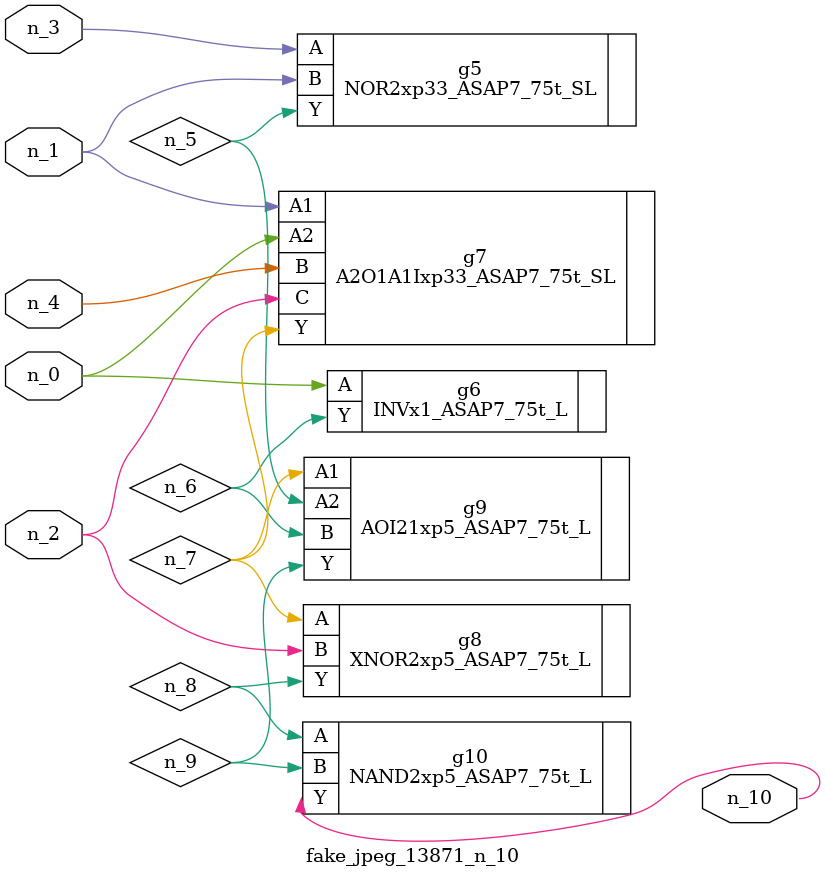
<source format=v>
module fake_jpeg_13871_n_10 (n_3, n_2, n_1, n_0, n_4, n_10);

input n_3;
input n_2;
input n_1;
input n_0;
input n_4;

output n_10;

wire n_8;
wire n_9;
wire n_6;
wire n_5;
wire n_7;

NOR2xp33_ASAP7_75t_SL g5 ( 
.A(n_3),
.B(n_1),
.Y(n_5)
);

INVx1_ASAP7_75t_L g6 ( 
.A(n_0),
.Y(n_6)
);

A2O1A1Ixp33_ASAP7_75t_SL g7 ( 
.A1(n_1),
.A2(n_0),
.B(n_4),
.C(n_2),
.Y(n_7)
);

XNOR2xp5_ASAP7_75t_L g8 ( 
.A(n_7),
.B(n_2),
.Y(n_8)
);

NAND2xp5_ASAP7_75t_L g10 ( 
.A(n_8),
.B(n_9),
.Y(n_10)
);

AOI21xp5_ASAP7_75t_L g9 ( 
.A1(n_7),
.A2(n_5),
.B(n_6),
.Y(n_9)
);


endmodule
</source>
